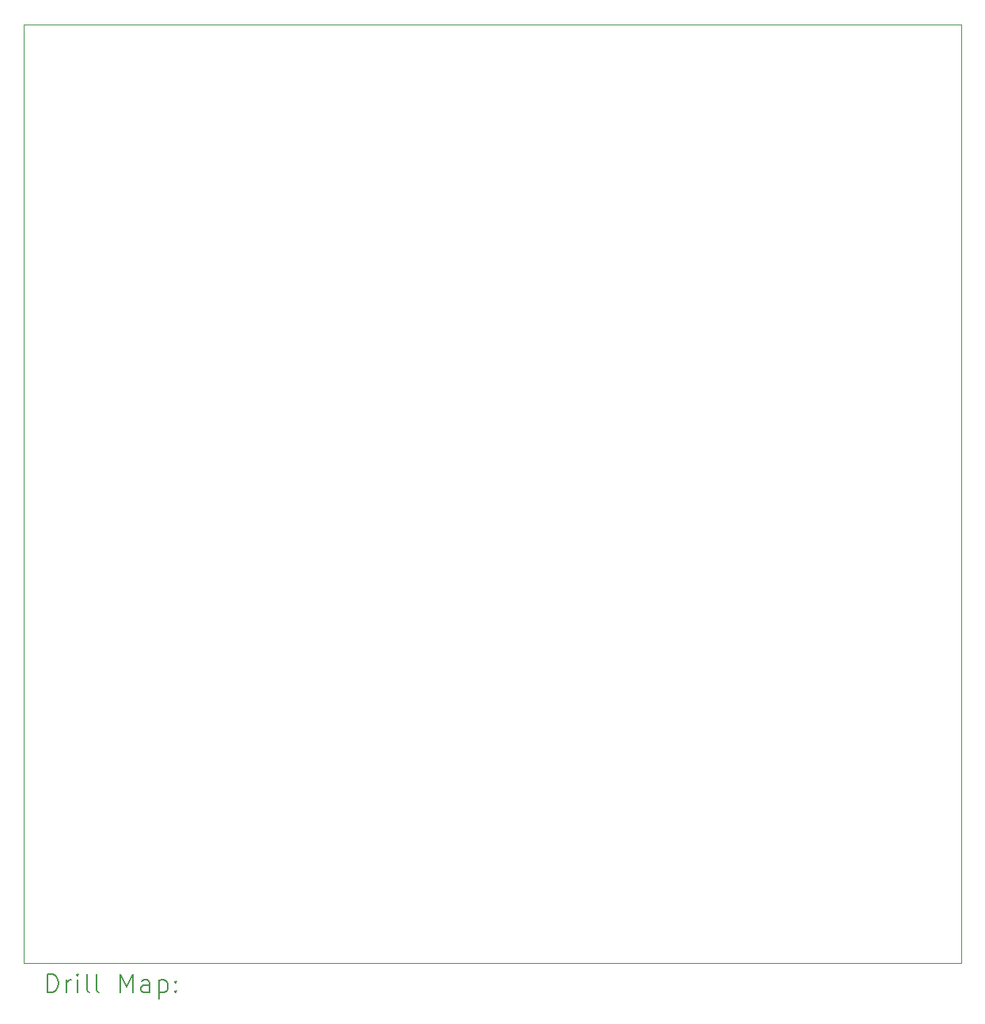
<source format=gbr>
%FSLAX45Y45*%
G04 Gerber Fmt 4.5, Leading zero omitted, Abs format (unit mm)*
G04 Created by KiCad (PCBNEW (6.0.1)) date 2023-05-10 10:21:06*
%MOMM*%
%LPD*%
G01*
G04 APERTURE LIST*
%TA.AperFunction,Profile*%
%ADD10C,0.100000*%
%TD*%
%ADD11C,0.200000*%
G04 APERTURE END LIST*
D10*
X1651000Y-11430000D02*
X1651000Y-1397000D01*
X11684000Y-1397000D02*
X11684000Y-11430000D01*
X1651000Y-1397000D02*
X11684000Y-1397000D01*
X11684000Y-11430000D02*
X1651000Y-11430000D01*
D11*
X1903619Y-11745476D02*
X1903619Y-11545476D01*
X1951238Y-11545476D01*
X1979809Y-11555000D01*
X1998857Y-11574048D01*
X2008381Y-11593095D01*
X2017905Y-11631190D01*
X2017905Y-11659762D01*
X2008381Y-11697857D01*
X1998857Y-11716905D01*
X1979809Y-11735952D01*
X1951238Y-11745476D01*
X1903619Y-11745476D01*
X2103619Y-11745476D02*
X2103619Y-11612143D01*
X2103619Y-11650238D02*
X2113143Y-11631190D01*
X2122667Y-11621667D01*
X2141714Y-11612143D01*
X2160762Y-11612143D01*
X2227429Y-11745476D02*
X2227429Y-11612143D01*
X2227429Y-11545476D02*
X2217905Y-11555000D01*
X2227429Y-11564524D01*
X2236952Y-11555000D01*
X2227429Y-11545476D01*
X2227429Y-11564524D01*
X2351238Y-11745476D02*
X2332190Y-11735952D01*
X2322667Y-11716905D01*
X2322667Y-11545476D01*
X2456000Y-11745476D02*
X2436952Y-11735952D01*
X2427429Y-11716905D01*
X2427429Y-11545476D01*
X2684571Y-11745476D02*
X2684571Y-11545476D01*
X2751238Y-11688333D01*
X2817905Y-11545476D01*
X2817905Y-11745476D01*
X2998857Y-11745476D02*
X2998857Y-11640714D01*
X2989333Y-11621667D01*
X2970286Y-11612143D01*
X2932190Y-11612143D01*
X2913143Y-11621667D01*
X2998857Y-11735952D02*
X2979809Y-11745476D01*
X2932190Y-11745476D01*
X2913143Y-11735952D01*
X2903619Y-11716905D01*
X2903619Y-11697857D01*
X2913143Y-11678809D01*
X2932190Y-11669286D01*
X2979809Y-11669286D01*
X2998857Y-11659762D01*
X3094095Y-11612143D02*
X3094095Y-11812143D01*
X3094095Y-11621667D02*
X3113143Y-11612143D01*
X3151238Y-11612143D01*
X3170286Y-11621667D01*
X3179809Y-11631190D01*
X3189333Y-11650238D01*
X3189333Y-11707381D01*
X3179809Y-11726428D01*
X3170286Y-11735952D01*
X3151238Y-11745476D01*
X3113143Y-11745476D01*
X3094095Y-11735952D01*
X3275048Y-11726428D02*
X3284571Y-11735952D01*
X3275048Y-11745476D01*
X3265524Y-11735952D01*
X3275048Y-11726428D01*
X3275048Y-11745476D01*
X3275048Y-11621667D02*
X3284571Y-11631190D01*
X3275048Y-11640714D01*
X3265524Y-11631190D01*
X3275048Y-11621667D01*
X3275048Y-11640714D01*
M02*

</source>
